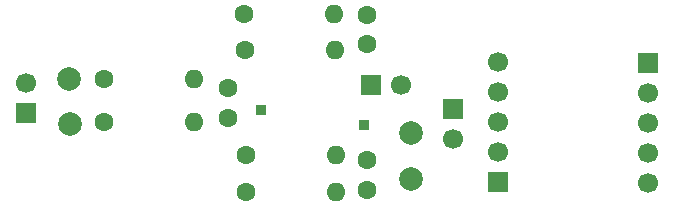
<source format=gbr>
%TF.GenerationSoftware,KiCad,Pcbnew,9.0.1*%
%TF.CreationDate,2025-06-25T15:49:50+05:30*%
%TF.ProjectId,daq_idea,6461715f-6964-4656-912e-6b696361645f,rev?*%
%TF.SameCoordinates,Original*%
%TF.FileFunction,Soldermask,Bot*%
%TF.FilePolarity,Negative*%
%FSLAX46Y46*%
G04 Gerber Fmt 4.6, Leading zero omitted, Abs format (unit mm)*
G04 Created by KiCad (PCBNEW 9.0.1) date 2025-06-25 15:49:50*
%MOMM*%
%LPD*%
G01*
G04 APERTURE LIST*
%ADD10R,1.700000X1.700000*%
%ADD11C,1.700000*%
%ADD12C,2.000000*%
%ADD13C,1.600000*%
%ADD14O,1.600000X1.600000*%
%ADD15R,0.850000X0.850000*%
G04 APERTURE END LIST*
D10*
%TO.C,J3*%
X17380000Y-31330000D03*
D11*
X17380000Y-28790000D03*
%TD*%
D12*
%TO.C,TP2*%
X21090000Y-32270000D03*
%TD*%
D13*
%TO.C,R4*%
X36030000Y-34910000D03*
D14*
X43650000Y-34910000D03*
%TD*%
D15*
%TO.C,J5*%
X37240000Y-31050000D03*
%TD*%
D13*
%TO.C,C1*%
X46280000Y-25500000D03*
X46280000Y-23000000D03*
%TD*%
%TO.C,C2*%
X46220000Y-35330000D03*
X46220000Y-37830000D03*
%TD*%
D15*
%TO.C,J6*%
X46020000Y-32290000D03*
%TD*%
D12*
%TO.C,TP1*%
X21000000Y-28440000D03*
%TD*%
D10*
%TO.C,J7*%
X46595000Y-28900000D03*
D11*
X49135000Y-28900000D03*
%TD*%
D13*
%TO.C,R6*%
X36020000Y-37970000D03*
D14*
X43640000Y-37970000D03*
%TD*%
D12*
%TO.C,TP3*%
X49950000Y-33000000D03*
%TD*%
D13*
%TO.C,C3*%
X34480000Y-31730000D03*
X34480000Y-29230000D03*
%TD*%
D12*
%TO.C,TP4*%
X50010000Y-36860000D03*
%TD*%
D13*
%TO.C,R3*%
X35880000Y-26020000D03*
D14*
X43500000Y-26020000D03*
%TD*%
D13*
%TO.C,R1*%
X23960000Y-28460000D03*
D14*
X31580000Y-28460000D03*
%TD*%
D13*
%TO.C,R2*%
X24000000Y-32050000D03*
D14*
X31620000Y-32050000D03*
%TD*%
D10*
%TO.C,J1*%
X70010000Y-27070000D03*
D11*
X70010000Y-29610000D03*
X70010000Y-32150000D03*
X70010000Y-34690000D03*
X70010000Y-37230000D03*
%TD*%
D10*
%TO.C,J2*%
X57310000Y-37150000D03*
D11*
X57310000Y-34610000D03*
X57310000Y-32070000D03*
X57310000Y-29530000D03*
X57310000Y-26990000D03*
%TD*%
D10*
%TO.C,J4*%
X53560000Y-30975000D03*
D11*
X53560000Y-33515000D03*
%TD*%
D13*
%TO.C,R5*%
X35870000Y-22920000D03*
D14*
X43490000Y-22920000D03*
%TD*%
M02*

</source>
